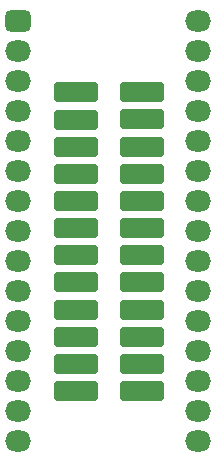
<source format=gts>
G04 #@! TF.GenerationSoftware,KiCad,Pcbnew,6.0.1-79c1e3a40b~116~ubuntu20.04.1*
G04 #@! TF.CreationDate,2022-01-18T16:29:50+01:00*
G04 #@! TF.ProjectId,Arduino_GPIB_Adapter,41726475-696e-46f5-9f47-5049425f4164,rev?*
G04 #@! TF.SameCoordinates,Original*
G04 #@! TF.FileFunction,Soldermask,Top*
G04 #@! TF.FilePolarity,Negative*
%FSLAX46Y46*%
G04 Gerber Fmt 4.6, Leading zero omitted, Abs format (unit mm)*
G04 Created by KiCad (PCBNEW 6.0.1-79c1e3a40b~116~ubuntu20.04.1) date 2022-01-18 16:29:50*
%MOMM*%
%LPD*%
G01*
G04 APERTURE LIST*
G04 Aperture macros list*
%AMRoundRect*
0 Rectangle with rounded corners*
0 $1 Rounding radius*
0 $2 $3 $4 $5 $6 $7 $8 $9 X,Y pos of 4 corners*
0 Add a 4 corners polygon primitive as box body*
4,1,4,$2,$3,$4,$5,$6,$7,$8,$9,$2,$3,0*
0 Add four circle primitives for the rounded corners*
1,1,$1+$1,$2,$3*
1,1,$1+$1,$4,$5*
1,1,$1+$1,$6,$7*
1,1,$1+$1,$8,$9*
0 Add four rect primitives between the rounded corners*
20,1,$1+$1,$2,$3,$4,$5,0*
20,1,$1+$1,$4,$5,$6,$7,0*
20,1,$1+$1,$6,$7,$8,$9,0*
20,1,$1+$1,$8,$9,$2,$3,0*%
G04 Aperture macros list end*
%ADD10RoundRect,0.476000X-0.625000X-0.425000X0.625000X-0.425000X0.625000X0.425000X-0.625000X0.425000X0*%
%ADD11O,2.202000X1.802000*%
%ADD12RoundRect,0.251000X-1.600000X0.600000X-1.600000X-0.600000X1.600000X-0.600000X1.600000X0.600000X0*%
G04 APERTURE END LIST*
D10*
X135200000Y-82660000D03*
D11*
X135200000Y-85200000D03*
X135200000Y-87740000D03*
X135200000Y-90280000D03*
X135200000Y-92820000D03*
X135200000Y-95360000D03*
X135200000Y-97900000D03*
X135200000Y-100440000D03*
X135200000Y-102980000D03*
X135200000Y-105520000D03*
X135200000Y-108060000D03*
X135200000Y-110600000D03*
X135200000Y-113140000D03*
X135200000Y-115680000D03*
X135200000Y-118220000D03*
X150440000Y-118220000D03*
X150440000Y-115680000D03*
X150440000Y-113140000D03*
X150440000Y-110600000D03*
X150440000Y-108060000D03*
X150440000Y-105520000D03*
X150440000Y-102980000D03*
X150440000Y-100440000D03*
X150440000Y-97900000D03*
X150440000Y-95360000D03*
X150440000Y-92820000D03*
X150440000Y-90280000D03*
X150440000Y-87740000D03*
X150440000Y-85200000D03*
X150440000Y-82660000D03*
D12*
X145714999Y-113964999D03*
X145714999Y-111664999D03*
X145714999Y-109364999D03*
X145714999Y-107064999D03*
X145714999Y-104764999D03*
X145714999Y-102464999D03*
X145714999Y-100164999D03*
X145714999Y-97864999D03*
X145714999Y-95564999D03*
X145714999Y-93264999D03*
X145714999Y-90964999D03*
X145714999Y-88664999D03*
X140134999Y-113964999D03*
X140134999Y-111665899D03*
X140134999Y-109366809D03*
X140134999Y-107067719D03*
X140134999Y-104768629D03*
X140134999Y-102469539D03*
X140134999Y-100170449D03*
X140134999Y-97871359D03*
X140134999Y-95572269D03*
X140134999Y-93273179D03*
X140134999Y-90974089D03*
X140134999Y-88674999D03*
M02*

</source>
